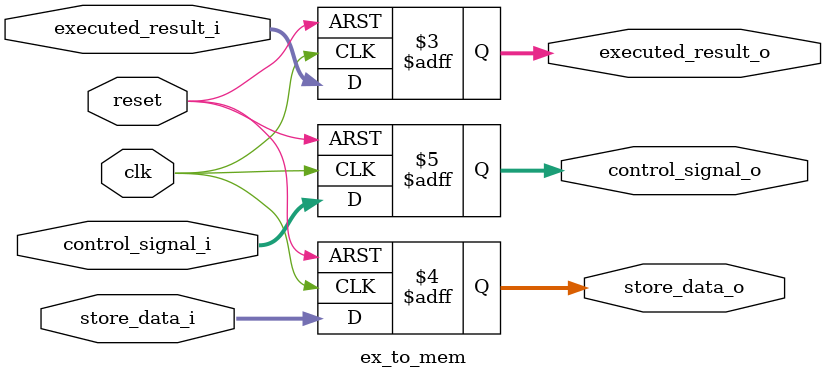
<source format=sv>
`timescale 1ns/1ns


module ex_to_mem #(parameter size = 32)(
    input  logic clk,
    input  logic reset,

    input  logic [size-1 : 0] executed_result_i,
    input  logic [size-1 : 0] store_data_i,
    input  logic [11 : 0] control_signal_i,

    output logic [size-1 : 0] executed_result_o,
    output logic [size-1 : 0] store_data_o,
    output logic [11 : 0] control_signal_o);

    localparam D = 1; // Delay for simulation purposes
    
    always @(posedge clk or negedge reset) begin
        if (!reset) begin
            executed_result_o <= #D {size{1'b0}};
            store_data_o <= #D {size{1'b0}};
            control_signal_o <= #D {12{1'b0}};
        end
        else begin
            executed_result_o <= #D executed_result_i;
            store_data_o <= #D store_data_i;
            control_signal_o <= #D control_signal_i;
        end
    end

endmodule

</source>
